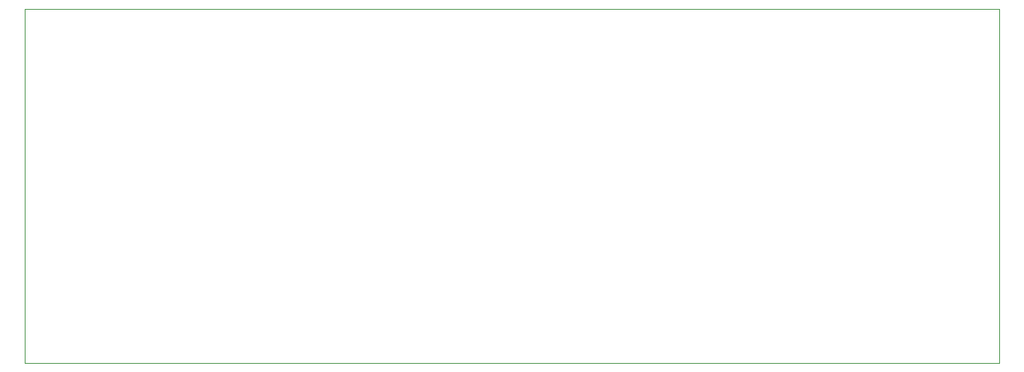
<source format=gbr>
G04 #@! TF.GenerationSoftware,KiCad,Pcbnew,5.1.10-6.fc33*
G04 #@! TF.CreationDate,2021-10-13T18:18:04+02:00*
G04 #@! TF.ProjectId,wled-controller,776c6564-2d63-46f6-9e74-726f6c6c6572,rev?*
G04 #@! TF.SameCoordinates,Original*
G04 #@! TF.FileFunction,Profile,NP*
%FSLAX46Y46*%
G04 Gerber Fmt 4.6, Leading zero omitted, Abs format (unit mm)*
G04 Created by KiCad (PCBNEW 5.1.10-6.fc33) date 2021-10-13 18:18:04*
%MOMM*%
%LPD*%
G01*
G04 APERTURE LIST*
G04 #@! TA.AperFunction,Profile*
%ADD10C,0.100000*%
G04 #@! TD*
G04 APERTURE END LIST*
D10*
X180000000Y-70000000D02*
X180000000Y-110000000D01*
X70000000Y-70000000D02*
X180000000Y-70000000D01*
X70000000Y-110000000D02*
X70000000Y-70000000D01*
X180000000Y-110000000D02*
X70000000Y-110000000D01*
M02*

</source>
